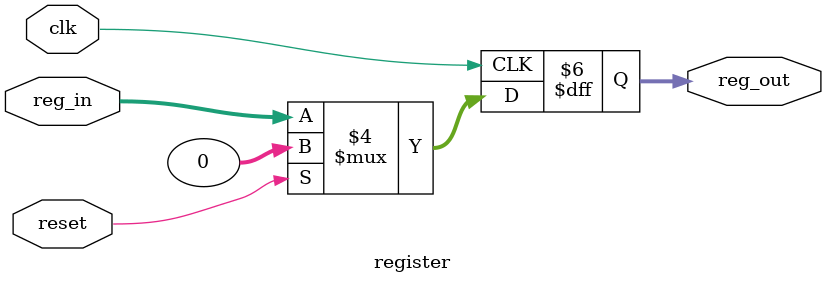
<source format=v>
module register #(
    parameter N=32
) (
    input wire clk,
    input wire reset,
    input wire [N-1:0] reg_in,
    output reg [N-1:0] reg_out
);


always @(posedge clk) begin
    if(reset == 1'b1)
        begin
            reg_out <= {N{1'b0}};
        end
        else 
        begin
            reg_out <= reg_in;
        end
end
    
endmodule
</source>
